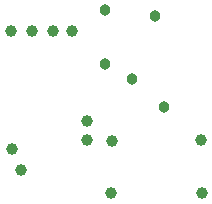
<source format=gbs>
G04*
G04 #@! TF.GenerationSoftware,Altium Limited,Altium Designer,20.2.3 (150)*
G04*
G04 Layer_Color=16711935*
%FSLAX25Y25*%
%MOIN*%
G70*
G04*
G04 #@! TF.SameCoordinates,E3536D8E-EA57-4637-94A7-A09A4E1BA4FE*
G04*
G04*
G04 #@! TF.FilePolarity,Negative*
G04*
G01*
G75*
%ADD38C,0.03800*%
%ADD39C,0.03900*%
D38*
X258500Y430000D02*
D03*
X278000Y415500D02*
D03*
X267500Y425000D02*
D03*
X275000Y446000D02*
D03*
X258500Y448000D02*
D03*
D39*
X230500Y394500D02*
D03*
X260600Y404400D02*
D03*
X290600Y386900D02*
D03*
X260500Y387000D02*
D03*
X290500Y404800D02*
D03*
X247500Y441000D02*
D03*
X252500Y411000D02*
D03*
Y404500D02*
D03*
X227500Y401500D02*
D03*
X234000Y441000D02*
D03*
X227000D02*
D03*
X241000D02*
D03*
M02*

</source>
